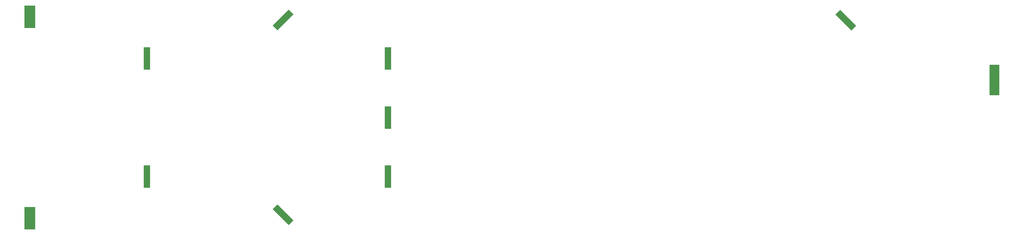
<source format=gts>
G04 Layer_Color=8388736*
%FSLAX25Y25*%
%MOIN*%
G70*
G01*
G75*
%ADD19R,0.13780X0.05945*%
%ADD20R,0.09055X0.30709*%
G04:AMPARAMS|DCode=21|XSize=307.09mil|YSize=90.55mil|CornerRadius=0mil|HoleSize=0mil|Usage=FLASHONLY|Rotation=315.000|XOffset=0mil|YOffset=0mil|HoleType=Round|Shape=Rectangle|*
%AMROTATEDRECTD21*
4,1,4,-0.14059,0.07656,-0.07656,0.14059,0.14059,-0.07656,0.07656,-0.14059,-0.14059,0.07656,0.0*
%
%ADD21ROTATEDRECTD21*%

%ADD22R,0.14961X0.30709*%
G04:AMPARAMS|DCode=23|XSize=307.09mil|YSize=90.55mil|CornerRadius=0mil|HoleSize=0mil|Usage=FLASHONLY|Rotation=225.000|XOffset=0mil|YOffset=0mil|HoleType=Round|Shape=Rectangle|*
%AMROTATEDRECTD23*
4,1,4,0.07656,0.14059,0.14059,0.07656,-0.07656,-0.14059,-0.14059,-0.07656,0.07656,0.14059,0.0*
%
%ADD23ROTATEDRECTD23*%

D19*
X1485669Y211968D02*
D03*
Y215905D02*
D03*
Y204095D02*
D03*
Y208032D02*
D03*
Y196221D02*
D03*
Y200157D02*
D03*
Y223780D02*
D03*
Y219843D02*
D03*
Y231653D02*
D03*
Y227716D02*
D03*
D20*
X329724Y243307D02*
D03*
Y81890D02*
D03*
X658465Y243307D02*
D03*
Y162598D02*
D03*
Y81890D02*
D03*
D21*
X1282835Y295827D02*
D03*
X515394Y29370D02*
D03*
D22*
X170276Y300394D02*
D03*
Y24803D02*
D03*
D23*
X515394Y296063D02*
D03*
M02*

</source>
